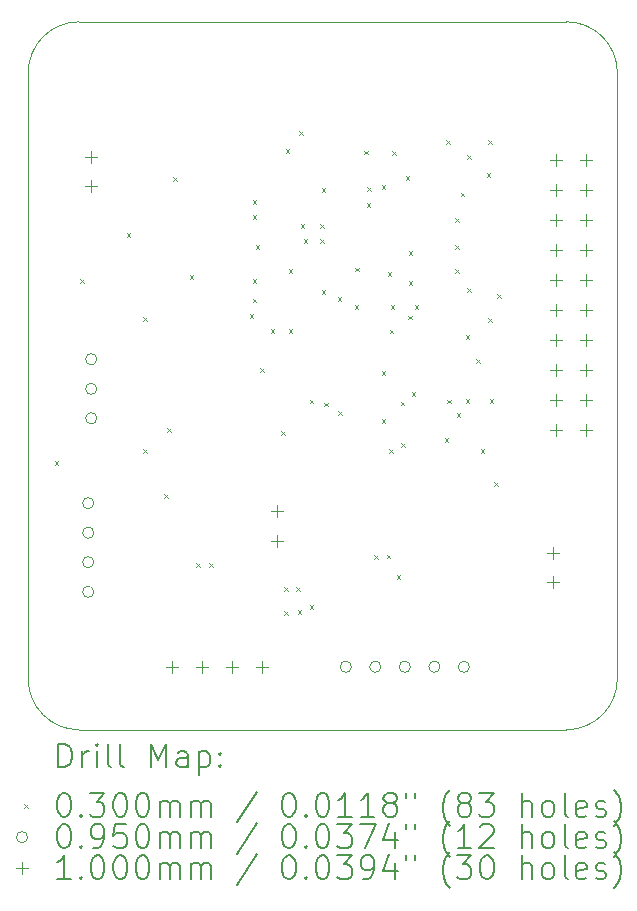
<source format=gbr>
%TF.GenerationSoftware,KiCad,Pcbnew,7.0.9*%
%TF.CreationDate,2023-12-28T10:44:23-05:00*%
%TF.ProjectId,esp32_sensor_node,65737033-325f-4736-956e-736f725f6e6f,rev?*%
%TF.SameCoordinates,Original*%
%TF.FileFunction,Drillmap*%
%TF.FilePolarity,Positive*%
%FSLAX45Y45*%
G04 Gerber Fmt 4.5, Leading zero omitted, Abs format (unit mm)*
G04 Created by KiCad (PCBNEW 7.0.9) date 2023-12-28 10:44:23*
%MOMM*%
%LPD*%
G01*
G04 APERTURE LIST*
%ADD10C,0.100000*%
%ADD11C,0.200000*%
G04 APERTURE END LIST*
D10*
X6995000Y-2438400D02*
G75*
G03*
X6563200Y-2006600I-431800J0D01*
G01*
X2006600Y-7569200D02*
X2006600Y-2438400D01*
X2438400Y-2006600D02*
G75*
G03*
X2006600Y-2438400I0J-431800D01*
G01*
X2006600Y-7569200D02*
G75*
G03*
X2438400Y-8001000I431800J0D01*
G01*
X6563200Y-2006600D02*
X2438400Y-2006600D01*
X6995000Y-7569200D02*
X6995000Y-2438400D01*
X2438400Y-8001000D02*
X6563200Y-8001000D01*
X6563200Y-8001000D02*
G75*
G03*
X6995000Y-7569200I0J431800D01*
G01*
D11*
D10*
X2230200Y-5725400D02*
X2260200Y-5755400D01*
X2260200Y-5725400D02*
X2230200Y-5755400D01*
X2448800Y-4186160D02*
X2478800Y-4216160D01*
X2478800Y-4186160D02*
X2448800Y-4216160D01*
X2839800Y-3795000D02*
X2869800Y-3825000D01*
X2869800Y-3795000D02*
X2839800Y-3825000D01*
X2982200Y-4506200D02*
X3012200Y-4536200D01*
X3012200Y-4506200D02*
X2982200Y-4536200D01*
X2982200Y-5623800D02*
X3012200Y-5653800D01*
X3012200Y-5623800D02*
X2982200Y-5653800D01*
X3160000Y-6004800D02*
X3190000Y-6034800D01*
X3190000Y-6004800D02*
X3160000Y-6034800D01*
X3182700Y-5446000D02*
X3212700Y-5476000D01*
X3212700Y-5446000D02*
X3182700Y-5476000D01*
X3236200Y-3325100D02*
X3266200Y-3355100D01*
X3266200Y-3325100D02*
X3236200Y-3355100D01*
X3373200Y-4150600D02*
X3403200Y-4180600D01*
X3403200Y-4150600D02*
X3373200Y-4180600D01*
X3429240Y-6589000D02*
X3459240Y-6619000D01*
X3459240Y-6589000D02*
X3429240Y-6619000D01*
X3541000Y-6589000D02*
X3571000Y-6619000D01*
X3571000Y-6589000D02*
X3541000Y-6619000D01*
X3881200Y-4480800D02*
X3911200Y-4510800D01*
X3911200Y-4480800D02*
X3881200Y-4510800D01*
X3906600Y-3515600D02*
X3936600Y-3545600D01*
X3936600Y-3515600D02*
X3906600Y-3545600D01*
X3906600Y-3642600D02*
X3936600Y-3672600D01*
X3936600Y-3642600D02*
X3906600Y-3672600D01*
X3906600Y-4188700D02*
X3936600Y-4218700D01*
X3936600Y-4188700D02*
X3906600Y-4218700D01*
X3909251Y-4350250D02*
X3939251Y-4380250D01*
X3939251Y-4350250D02*
X3909251Y-4380250D01*
X3932000Y-3896600D02*
X3962000Y-3926600D01*
X3962000Y-3896600D02*
X3932000Y-3926600D01*
X3969600Y-4938000D02*
X3999600Y-4968000D01*
X3999600Y-4938000D02*
X3969600Y-4968000D01*
X4059000Y-4607800D02*
X4089000Y-4637800D01*
X4089000Y-4607800D02*
X4059000Y-4637800D01*
X4150600Y-5471400D02*
X4180600Y-5501400D01*
X4180600Y-5471400D02*
X4150600Y-5501400D01*
X4176000Y-6792200D02*
X4206000Y-6822200D01*
X4206000Y-6792200D02*
X4176000Y-6822200D01*
X4176000Y-6995400D02*
X4206000Y-7025400D01*
X4206000Y-6995400D02*
X4176000Y-7025400D01*
X4186000Y-3083800D02*
X4216000Y-3113800D01*
X4216000Y-3083800D02*
X4186000Y-3113800D01*
X4211400Y-4099800D02*
X4241400Y-4129800D01*
X4241400Y-4099800D02*
X4211400Y-4129800D01*
X4211400Y-4607800D02*
X4241400Y-4637800D01*
X4241400Y-4607800D02*
X4211400Y-4637800D01*
X4275950Y-6792200D02*
X4305950Y-6822200D01*
X4305950Y-6792200D02*
X4275950Y-6822200D01*
X4287760Y-6990320D02*
X4317760Y-7020320D01*
X4317760Y-6990320D02*
X4287760Y-7020320D01*
X4300300Y-2931400D02*
X4330300Y-2961400D01*
X4330300Y-2931400D02*
X4300300Y-2961400D01*
X4313000Y-3718800D02*
X4343000Y-3748800D01*
X4343000Y-3718800D02*
X4313000Y-3748800D01*
X4338400Y-3845800D02*
X4368400Y-3875800D01*
X4368400Y-3845800D02*
X4338400Y-3875800D01*
X4389200Y-5205550D02*
X4419200Y-5235550D01*
X4419200Y-5205550D02*
X4389200Y-5235550D01*
X4389200Y-6944600D02*
X4419200Y-6974600D01*
X4419200Y-6944600D02*
X4389200Y-6974600D01*
X4480750Y-3718800D02*
X4510750Y-3748800D01*
X4510750Y-3718800D02*
X4480750Y-3748800D01*
X4480750Y-3845800D02*
X4510750Y-3875800D01*
X4510750Y-3845800D02*
X4480750Y-3875800D01*
X4490800Y-3414000D02*
X4520800Y-3444000D01*
X4520800Y-3414000D02*
X4490800Y-3444000D01*
X4490800Y-4277600D02*
X4520800Y-4307600D01*
X4520800Y-4277600D02*
X4490800Y-4307600D01*
X4511280Y-5232640D02*
X4541280Y-5262640D01*
X4541280Y-5232640D02*
X4511280Y-5262640D01*
X4628120Y-4338560D02*
X4658120Y-4368560D01*
X4658120Y-4338560D02*
X4628120Y-4368560D01*
X4630500Y-5306300D02*
X4660500Y-5336300D01*
X4660500Y-5306300D02*
X4630500Y-5336300D01*
X4770200Y-4404600D02*
X4800200Y-4434600D01*
X4800200Y-4404600D02*
X4770200Y-4434600D01*
X4775440Y-4089640D02*
X4805440Y-4119640D01*
X4805440Y-4089640D02*
X4775440Y-4119640D01*
X4851640Y-3099040D02*
X4881640Y-3129040D01*
X4881640Y-3099040D02*
X4851640Y-3129040D01*
X4871800Y-3541000D02*
X4901800Y-3571000D01*
X4901800Y-3541000D02*
X4871800Y-3571000D01*
X4877040Y-3408920D02*
X4907040Y-3438920D01*
X4907040Y-3408920D02*
X4877040Y-3438920D01*
X4934450Y-6525500D02*
X4964450Y-6555500D01*
X4964450Y-6525500D02*
X4934450Y-6555500D01*
X4998800Y-3388600D02*
X5028800Y-3418600D01*
X5028800Y-3388600D02*
X4998800Y-3418600D01*
X4998800Y-4963400D02*
X5028800Y-4993400D01*
X5028800Y-4963400D02*
X4998800Y-4993400D01*
X4998800Y-5369800D02*
X5028800Y-5399800D01*
X5028800Y-5369800D02*
X4998800Y-5399800D01*
X5042206Y-6520486D02*
X5072206Y-6550486D01*
X5072206Y-6520486D02*
X5042206Y-6550486D01*
X5049600Y-4125200D02*
X5079600Y-4155200D01*
X5079600Y-4125200D02*
X5049600Y-4155200D01*
X5065850Y-5623800D02*
X5095850Y-5653800D01*
X5095850Y-5623800D02*
X5065850Y-5653800D01*
X5068650Y-4614150D02*
X5098650Y-4644150D01*
X5098650Y-4614150D02*
X5068650Y-4644150D01*
X5075000Y-4404600D02*
X5105000Y-4434600D01*
X5105000Y-4404600D02*
X5075000Y-4434600D01*
X5090400Y-3104120D02*
X5120400Y-3134120D01*
X5120400Y-3104120D02*
X5090400Y-3134120D01*
X5125800Y-6690600D02*
X5155800Y-6720600D01*
X5155800Y-6690600D02*
X5125800Y-6720600D01*
X5161520Y-5222480D02*
X5191520Y-5252480D01*
X5191520Y-5222480D02*
X5161520Y-5252480D01*
X5163900Y-5573000D02*
X5193900Y-5603000D01*
X5193900Y-5573000D02*
X5163900Y-5603000D01*
X5204700Y-3315950D02*
X5234700Y-3345950D01*
X5234700Y-3315950D02*
X5204700Y-3345950D01*
X5222480Y-4496040D02*
X5252480Y-4526040D01*
X5252480Y-4496040D02*
X5222480Y-4526040D01*
X5227400Y-3947400D02*
X5257400Y-3977400D01*
X5257400Y-3947400D02*
X5227400Y-3977400D01*
X5227400Y-4201400D02*
X5257400Y-4231400D01*
X5257400Y-4201400D02*
X5227400Y-4231400D01*
X5252800Y-5141200D02*
X5282800Y-5171200D01*
X5282800Y-5141200D02*
X5252800Y-5171200D01*
X5278200Y-4404600D02*
X5308200Y-4434600D01*
X5308200Y-4404600D02*
X5278200Y-4434600D01*
X5532200Y-5534900D02*
X5562200Y-5564900D01*
X5562200Y-5534900D02*
X5532200Y-5564900D01*
X5547600Y-3007600D02*
X5577600Y-3037600D01*
X5577600Y-3007600D02*
X5547600Y-3037600D01*
X5555955Y-5206591D02*
X5585955Y-5236591D01*
X5585955Y-5206591D02*
X5555955Y-5236591D01*
X5623800Y-3668000D02*
X5653800Y-3698000D01*
X5653800Y-3668000D02*
X5623800Y-3698000D01*
X5623800Y-3896600D02*
X5653800Y-3926600D01*
X5653800Y-3896600D02*
X5623800Y-3926600D01*
X5623800Y-4099800D02*
X5653800Y-4129800D01*
X5653800Y-4099800D02*
X5623800Y-4129800D01*
X5633960Y-5319000D02*
X5663960Y-5349000D01*
X5663960Y-5319000D02*
X5633960Y-5349000D01*
X5669520Y-3454640D02*
X5699520Y-3484640D01*
X5699520Y-3454640D02*
X5669520Y-3484640D01*
X5710000Y-4658600D02*
X5740000Y-4688600D01*
X5740000Y-4658600D02*
X5710000Y-4688600D01*
X5712700Y-5204700D02*
X5742700Y-5234700D01*
X5742700Y-5204700D02*
X5712700Y-5234700D01*
X5725400Y-3134600D02*
X5755400Y-3164600D01*
X5755400Y-3134600D02*
X5725400Y-3164600D01*
X5725400Y-4264900D02*
X5755400Y-4294900D01*
X5755400Y-4264900D02*
X5725400Y-4294900D01*
X5801600Y-4861800D02*
X5831600Y-4891800D01*
X5831600Y-4861800D02*
X5801600Y-4891800D01*
X5837000Y-5623800D02*
X5867000Y-5653800D01*
X5867000Y-5623800D02*
X5837000Y-5653800D01*
X5887800Y-3287000D02*
X5917800Y-3317000D01*
X5917800Y-3287000D02*
X5887800Y-3317000D01*
X5903200Y-3007600D02*
X5933200Y-3037600D01*
X5933200Y-3007600D02*
X5903200Y-3037600D01*
X5903200Y-4518900D02*
X5933200Y-4548900D01*
X5933200Y-4518900D02*
X5903200Y-4548900D01*
X5915900Y-5204700D02*
X5945900Y-5234700D01*
X5945900Y-5204700D02*
X5915900Y-5234700D01*
X5954000Y-5903200D02*
X5984000Y-5933200D01*
X5984000Y-5903200D02*
X5954000Y-5933200D01*
X5979400Y-4315700D02*
X6009400Y-4345700D01*
X6009400Y-4315700D02*
X5979400Y-4345700D01*
X2562100Y-6082600D02*
G75*
G03*
X2562100Y-6082600I-47500J0D01*
G01*
X2562100Y-6332600D02*
G75*
G03*
X2562100Y-6332600I-47500J0D01*
G01*
X2562100Y-6582600D02*
G75*
G03*
X2562100Y-6582600I-47500J0D01*
G01*
X2562100Y-6832600D02*
G75*
G03*
X2562100Y-6832600I-47500J0D01*
G01*
X2587500Y-4864100D02*
G75*
G03*
X2587500Y-4864100I-47500J0D01*
G01*
X2587500Y-5114100D02*
G75*
G03*
X2587500Y-5114100I-47500J0D01*
G01*
X2587500Y-5364100D02*
G75*
G03*
X2587500Y-5364100I-47500J0D01*
G01*
X4743100Y-7467600D02*
G75*
G03*
X4743100Y-7467600I-47500J0D01*
G01*
X4993100Y-7467600D02*
G75*
G03*
X4993100Y-7467600I-47500J0D01*
G01*
X5243100Y-7467600D02*
G75*
G03*
X5243100Y-7467600I-47500J0D01*
G01*
X5493100Y-7467600D02*
G75*
G03*
X5493100Y-7467600I-47500J0D01*
G01*
X5743100Y-7467600D02*
G75*
G03*
X5743100Y-7467600I-47500J0D01*
G01*
X2540000Y-3099600D02*
X2540000Y-3199600D01*
X2490000Y-3149600D02*
X2590000Y-3149600D01*
X2540000Y-3349600D02*
X2540000Y-3449600D01*
X2490000Y-3399600D02*
X2590000Y-3399600D01*
X3225800Y-7417600D02*
X3225800Y-7517600D01*
X3175800Y-7467600D02*
X3275800Y-7467600D01*
X3479800Y-7417600D02*
X3479800Y-7517600D01*
X3429800Y-7467600D02*
X3529800Y-7467600D01*
X3733800Y-7417600D02*
X3733800Y-7517600D01*
X3683800Y-7467600D02*
X3783800Y-7467600D01*
X3987800Y-7417600D02*
X3987800Y-7517600D01*
X3937800Y-7467600D02*
X4037800Y-7467600D01*
X4112100Y-6096800D02*
X4112100Y-6196800D01*
X4062100Y-6146800D02*
X4162100Y-6146800D01*
X4112100Y-6350800D02*
X4112100Y-6450800D01*
X4062100Y-6400800D02*
X4162100Y-6400800D01*
X6451600Y-6452400D02*
X6451600Y-6552400D01*
X6401600Y-6502400D02*
X6501600Y-6502400D01*
X6451600Y-6702400D02*
X6451600Y-6802400D01*
X6401600Y-6752400D02*
X6501600Y-6752400D01*
X6477000Y-3125000D02*
X6477000Y-3225000D01*
X6427000Y-3175000D02*
X6527000Y-3175000D01*
X6477000Y-3379000D02*
X6477000Y-3479000D01*
X6427000Y-3429000D02*
X6527000Y-3429000D01*
X6477000Y-3633000D02*
X6477000Y-3733000D01*
X6427000Y-3683000D02*
X6527000Y-3683000D01*
X6477000Y-3887000D02*
X6477000Y-3987000D01*
X6427000Y-3937000D02*
X6527000Y-3937000D01*
X6477000Y-4141000D02*
X6477000Y-4241000D01*
X6427000Y-4191000D02*
X6527000Y-4191000D01*
X6477000Y-4395000D02*
X6477000Y-4495000D01*
X6427000Y-4445000D02*
X6527000Y-4445000D01*
X6477000Y-4649000D02*
X6477000Y-4749000D01*
X6427000Y-4699000D02*
X6527000Y-4699000D01*
X6477000Y-4903000D02*
X6477000Y-5003000D01*
X6427000Y-4953000D02*
X6527000Y-4953000D01*
X6477000Y-5157000D02*
X6477000Y-5257000D01*
X6427000Y-5207000D02*
X6527000Y-5207000D01*
X6477000Y-5411000D02*
X6477000Y-5511000D01*
X6427000Y-5461000D02*
X6527000Y-5461000D01*
X6731000Y-3125000D02*
X6731000Y-3225000D01*
X6681000Y-3175000D02*
X6781000Y-3175000D01*
X6731000Y-3379000D02*
X6731000Y-3479000D01*
X6681000Y-3429000D02*
X6781000Y-3429000D01*
X6731000Y-3633000D02*
X6731000Y-3733000D01*
X6681000Y-3683000D02*
X6781000Y-3683000D01*
X6731000Y-3887000D02*
X6731000Y-3987000D01*
X6681000Y-3937000D02*
X6781000Y-3937000D01*
X6731000Y-4141000D02*
X6731000Y-4241000D01*
X6681000Y-4191000D02*
X6781000Y-4191000D01*
X6731000Y-4395000D02*
X6731000Y-4495000D01*
X6681000Y-4445000D02*
X6781000Y-4445000D01*
X6731000Y-4649000D02*
X6731000Y-4749000D01*
X6681000Y-4699000D02*
X6781000Y-4699000D01*
X6731000Y-4903000D02*
X6731000Y-5003000D01*
X6681000Y-4953000D02*
X6781000Y-4953000D01*
X6731000Y-5157000D02*
X6731000Y-5257000D01*
X6681000Y-5207000D02*
X6781000Y-5207000D01*
X6731000Y-5411000D02*
X6731000Y-5511000D01*
X6681000Y-5461000D02*
X6781000Y-5461000D01*
D11*
X2262377Y-8317484D02*
X2262377Y-8117484D01*
X2262377Y-8117484D02*
X2309996Y-8117484D01*
X2309996Y-8117484D02*
X2338567Y-8127008D01*
X2338567Y-8127008D02*
X2357615Y-8146055D01*
X2357615Y-8146055D02*
X2367139Y-8165103D01*
X2367139Y-8165103D02*
X2376663Y-8203198D01*
X2376663Y-8203198D02*
X2376663Y-8231769D01*
X2376663Y-8231769D02*
X2367139Y-8269865D01*
X2367139Y-8269865D02*
X2357615Y-8288912D01*
X2357615Y-8288912D02*
X2338567Y-8307960D01*
X2338567Y-8307960D02*
X2309996Y-8317484D01*
X2309996Y-8317484D02*
X2262377Y-8317484D01*
X2462377Y-8317484D02*
X2462377Y-8184150D01*
X2462377Y-8222246D02*
X2471901Y-8203198D01*
X2471901Y-8203198D02*
X2481424Y-8193674D01*
X2481424Y-8193674D02*
X2500472Y-8184150D01*
X2500472Y-8184150D02*
X2519520Y-8184150D01*
X2586186Y-8317484D02*
X2586186Y-8184150D01*
X2586186Y-8117484D02*
X2576663Y-8127008D01*
X2576663Y-8127008D02*
X2586186Y-8136531D01*
X2586186Y-8136531D02*
X2595710Y-8127008D01*
X2595710Y-8127008D02*
X2586186Y-8117484D01*
X2586186Y-8117484D02*
X2586186Y-8136531D01*
X2709996Y-8317484D02*
X2690948Y-8307960D01*
X2690948Y-8307960D02*
X2681424Y-8288912D01*
X2681424Y-8288912D02*
X2681424Y-8117484D01*
X2814758Y-8317484D02*
X2795710Y-8307960D01*
X2795710Y-8307960D02*
X2786186Y-8288912D01*
X2786186Y-8288912D02*
X2786186Y-8117484D01*
X3043329Y-8317484D02*
X3043329Y-8117484D01*
X3043329Y-8117484D02*
X3109996Y-8260341D01*
X3109996Y-8260341D02*
X3176662Y-8117484D01*
X3176662Y-8117484D02*
X3176662Y-8317484D01*
X3357615Y-8317484D02*
X3357615Y-8212722D01*
X3357615Y-8212722D02*
X3348091Y-8193674D01*
X3348091Y-8193674D02*
X3329043Y-8184150D01*
X3329043Y-8184150D02*
X3290948Y-8184150D01*
X3290948Y-8184150D02*
X3271901Y-8193674D01*
X3357615Y-8307960D02*
X3338567Y-8317484D01*
X3338567Y-8317484D02*
X3290948Y-8317484D01*
X3290948Y-8317484D02*
X3271901Y-8307960D01*
X3271901Y-8307960D02*
X3262377Y-8288912D01*
X3262377Y-8288912D02*
X3262377Y-8269865D01*
X3262377Y-8269865D02*
X3271901Y-8250817D01*
X3271901Y-8250817D02*
X3290948Y-8241293D01*
X3290948Y-8241293D02*
X3338567Y-8241293D01*
X3338567Y-8241293D02*
X3357615Y-8231769D01*
X3452853Y-8184150D02*
X3452853Y-8384150D01*
X3452853Y-8193674D02*
X3471901Y-8184150D01*
X3471901Y-8184150D02*
X3509996Y-8184150D01*
X3509996Y-8184150D02*
X3529043Y-8193674D01*
X3529043Y-8193674D02*
X3538567Y-8203198D01*
X3538567Y-8203198D02*
X3548091Y-8222246D01*
X3548091Y-8222246D02*
X3548091Y-8279388D01*
X3548091Y-8279388D02*
X3538567Y-8298436D01*
X3538567Y-8298436D02*
X3529043Y-8307960D01*
X3529043Y-8307960D02*
X3509996Y-8317484D01*
X3509996Y-8317484D02*
X3471901Y-8317484D01*
X3471901Y-8317484D02*
X3452853Y-8307960D01*
X3633805Y-8298436D02*
X3643329Y-8307960D01*
X3643329Y-8307960D02*
X3633805Y-8317484D01*
X3633805Y-8317484D02*
X3624282Y-8307960D01*
X3624282Y-8307960D02*
X3633805Y-8298436D01*
X3633805Y-8298436D02*
X3633805Y-8317484D01*
X3633805Y-8193674D02*
X3643329Y-8203198D01*
X3643329Y-8203198D02*
X3633805Y-8212722D01*
X3633805Y-8212722D02*
X3624282Y-8203198D01*
X3624282Y-8203198D02*
X3633805Y-8193674D01*
X3633805Y-8193674D02*
X3633805Y-8212722D01*
D10*
X1971600Y-8631000D02*
X2001600Y-8661000D01*
X2001600Y-8631000D02*
X1971600Y-8661000D01*
D11*
X2300472Y-8537484D02*
X2319520Y-8537484D01*
X2319520Y-8537484D02*
X2338567Y-8547008D01*
X2338567Y-8547008D02*
X2348091Y-8556531D01*
X2348091Y-8556531D02*
X2357615Y-8575579D01*
X2357615Y-8575579D02*
X2367139Y-8613674D01*
X2367139Y-8613674D02*
X2367139Y-8661293D01*
X2367139Y-8661293D02*
X2357615Y-8699389D01*
X2357615Y-8699389D02*
X2348091Y-8718436D01*
X2348091Y-8718436D02*
X2338567Y-8727960D01*
X2338567Y-8727960D02*
X2319520Y-8737484D01*
X2319520Y-8737484D02*
X2300472Y-8737484D01*
X2300472Y-8737484D02*
X2281424Y-8727960D01*
X2281424Y-8727960D02*
X2271901Y-8718436D01*
X2271901Y-8718436D02*
X2262377Y-8699389D01*
X2262377Y-8699389D02*
X2252853Y-8661293D01*
X2252853Y-8661293D02*
X2252853Y-8613674D01*
X2252853Y-8613674D02*
X2262377Y-8575579D01*
X2262377Y-8575579D02*
X2271901Y-8556531D01*
X2271901Y-8556531D02*
X2281424Y-8547008D01*
X2281424Y-8547008D02*
X2300472Y-8537484D01*
X2452853Y-8718436D02*
X2462377Y-8727960D01*
X2462377Y-8727960D02*
X2452853Y-8737484D01*
X2452853Y-8737484D02*
X2443329Y-8727960D01*
X2443329Y-8727960D02*
X2452853Y-8718436D01*
X2452853Y-8718436D02*
X2452853Y-8737484D01*
X2529044Y-8537484D02*
X2652853Y-8537484D01*
X2652853Y-8537484D02*
X2586186Y-8613674D01*
X2586186Y-8613674D02*
X2614758Y-8613674D01*
X2614758Y-8613674D02*
X2633805Y-8623198D01*
X2633805Y-8623198D02*
X2643329Y-8632722D01*
X2643329Y-8632722D02*
X2652853Y-8651770D01*
X2652853Y-8651770D02*
X2652853Y-8699389D01*
X2652853Y-8699389D02*
X2643329Y-8718436D01*
X2643329Y-8718436D02*
X2633805Y-8727960D01*
X2633805Y-8727960D02*
X2614758Y-8737484D01*
X2614758Y-8737484D02*
X2557615Y-8737484D01*
X2557615Y-8737484D02*
X2538567Y-8727960D01*
X2538567Y-8727960D02*
X2529044Y-8718436D01*
X2776663Y-8537484D02*
X2795710Y-8537484D01*
X2795710Y-8537484D02*
X2814758Y-8547008D01*
X2814758Y-8547008D02*
X2824282Y-8556531D01*
X2824282Y-8556531D02*
X2833805Y-8575579D01*
X2833805Y-8575579D02*
X2843329Y-8613674D01*
X2843329Y-8613674D02*
X2843329Y-8661293D01*
X2843329Y-8661293D02*
X2833805Y-8699389D01*
X2833805Y-8699389D02*
X2824282Y-8718436D01*
X2824282Y-8718436D02*
X2814758Y-8727960D01*
X2814758Y-8727960D02*
X2795710Y-8737484D01*
X2795710Y-8737484D02*
X2776663Y-8737484D01*
X2776663Y-8737484D02*
X2757615Y-8727960D01*
X2757615Y-8727960D02*
X2748091Y-8718436D01*
X2748091Y-8718436D02*
X2738567Y-8699389D01*
X2738567Y-8699389D02*
X2729044Y-8661293D01*
X2729044Y-8661293D02*
X2729044Y-8613674D01*
X2729044Y-8613674D02*
X2738567Y-8575579D01*
X2738567Y-8575579D02*
X2748091Y-8556531D01*
X2748091Y-8556531D02*
X2757615Y-8547008D01*
X2757615Y-8547008D02*
X2776663Y-8537484D01*
X2967139Y-8537484D02*
X2986186Y-8537484D01*
X2986186Y-8537484D02*
X3005234Y-8547008D01*
X3005234Y-8547008D02*
X3014758Y-8556531D01*
X3014758Y-8556531D02*
X3024282Y-8575579D01*
X3024282Y-8575579D02*
X3033805Y-8613674D01*
X3033805Y-8613674D02*
X3033805Y-8661293D01*
X3033805Y-8661293D02*
X3024282Y-8699389D01*
X3024282Y-8699389D02*
X3014758Y-8718436D01*
X3014758Y-8718436D02*
X3005234Y-8727960D01*
X3005234Y-8727960D02*
X2986186Y-8737484D01*
X2986186Y-8737484D02*
X2967139Y-8737484D01*
X2967139Y-8737484D02*
X2948091Y-8727960D01*
X2948091Y-8727960D02*
X2938567Y-8718436D01*
X2938567Y-8718436D02*
X2929043Y-8699389D01*
X2929043Y-8699389D02*
X2919520Y-8661293D01*
X2919520Y-8661293D02*
X2919520Y-8613674D01*
X2919520Y-8613674D02*
X2929043Y-8575579D01*
X2929043Y-8575579D02*
X2938567Y-8556531D01*
X2938567Y-8556531D02*
X2948091Y-8547008D01*
X2948091Y-8547008D02*
X2967139Y-8537484D01*
X3119520Y-8737484D02*
X3119520Y-8604150D01*
X3119520Y-8623198D02*
X3129043Y-8613674D01*
X3129043Y-8613674D02*
X3148091Y-8604150D01*
X3148091Y-8604150D02*
X3176663Y-8604150D01*
X3176663Y-8604150D02*
X3195710Y-8613674D01*
X3195710Y-8613674D02*
X3205234Y-8632722D01*
X3205234Y-8632722D02*
X3205234Y-8737484D01*
X3205234Y-8632722D02*
X3214758Y-8613674D01*
X3214758Y-8613674D02*
X3233805Y-8604150D01*
X3233805Y-8604150D02*
X3262377Y-8604150D01*
X3262377Y-8604150D02*
X3281424Y-8613674D01*
X3281424Y-8613674D02*
X3290948Y-8632722D01*
X3290948Y-8632722D02*
X3290948Y-8737484D01*
X3386186Y-8737484D02*
X3386186Y-8604150D01*
X3386186Y-8623198D02*
X3395710Y-8613674D01*
X3395710Y-8613674D02*
X3414758Y-8604150D01*
X3414758Y-8604150D02*
X3443329Y-8604150D01*
X3443329Y-8604150D02*
X3462377Y-8613674D01*
X3462377Y-8613674D02*
X3471901Y-8632722D01*
X3471901Y-8632722D02*
X3471901Y-8737484D01*
X3471901Y-8632722D02*
X3481424Y-8613674D01*
X3481424Y-8613674D02*
X3500472Y-8604150D01*
X3500472Y-8604150D02*
X3529043Y-8604150D01*
X3529043Y-8604150D02*
X3548091Y-8613674D01*
X3548091Y-8613674D02*
X3557615Y-8632722D01*
X3557615Y-8632722D02*
X3557615Y-8737484D01*
X3948091Y-8527960D02*
X3776663Y-8785103D01*
X4205234Y-8537484D02*
X4224282Y-8537484D01*
X4224282Y-8537484D02*
X4243329Y-8547008D01*
X4243329Y-8547008D02*
X4252853Y-8556531D01*
X4252853Y-8556531D02*
X4262377Y-8575579D01*
X4262377Y-8575579D02*
X4271901Y-8613674D01*
X4271901Y-8613674D02*
X4271901Y-8661293D01*
X4271901Y-8661293D02*
X4262377Y-8699389D01*
X4262377Y-8699389D02*
X4252853Y-8718436D01*
X4252853Y-8718436D02*
X4243329Y-8727960D01*
X4243329Y-8727960D02*
X4224282Y-8737484D01*
X4224282Y-8737484D02*
X4205234Y-8737484D01*
X4205234Y-8737484D02*
X4186186Y-8727960D01*
X4186186Y-8727960D02*
X4176663Y-8718436D01*
X4176663Y-8718436D02*
X4167139Y-8699389D01*
X4167139Y-8699389D02*
X4157615Y-8661293D01*
X4157615Y-8661293D02*
X4157615Y-8613674D01*
X4157615Y-8613674D02*
X4167139Y-8575579D01*
X4167139Y-8575579D02*
X4176663Y-8556531D01*
X4176663Y-8556531D02*
X4186186Y-8547008D01*
X4186186Y-8547008D02*
X4205234Y-8537484D01*
X4357615Y-8718436D02*
X4367139Y-8727960D01*
X4367139Y-8727960D02*
X4357615Y-8737484D01*
X4357615Y-8737484D02*
X4348091Y-8727960D01*
X4348091Y-8727960D02*
X4357615Y-8718436D01*
X4357615Y-8718436D02*
X4357615Y-8737484D01*
X4490948Y-8537484D02*
X4509996Y-8537484D01*
X4509996Y-8537484D02*
X4529044Y-8547008D01*
X4529044Y-8547008D02*
X4538568Y-8556531D01*
X4538568Y-8556531D02*
X4548091Y-8575579D01*
X4548091Y-8575579D02*
X4557615Y-8613674D01*
X4557615Y-8613674D02*
X4557615Y-8661293D01*
X4557615Y-8661293D02*
X4548091Y-8699389D01*
X4548091Y-8699389D02*
X4538568Y-8718436D01*
X4538568Y-8718436D02*
X4529044Y-8727960D01*
X4529044Y-8727960D02*
X4509996Y-8737484D01*
X4509996Y-8737484D02*
X4490948Y-8737484D01*
X4490948Y-8737484D02*
X4471901Y-8727960D01*
X4471901Y-8727960D02*
X4462377Y-8718436D01*
X4462377Y-8718436D02*
X4452853Y-8699389D01*
X4452853Y-8699389D02*
X4443329Y-8661293D01*
X4443329Y-8661293D02*
X4443329Y-8613674D01*
X4443329Y-8613674D02*
X4452853Y-8575579D01*
X4452853Y-8575579D02*
X4462377Y-8556531D01*
X4462377Y-8556531D02*
X4471901Y-8547008D01*
X4471901Y-8547008D02*
X4490948Y-8537484D01*
X4748091Y-8737484D02*
X4633806Y-8737484D01*
X4690948Y-8737484D02*
X4690948Y-8537484D01*
X4690948Y-8537484D02*
X4671901Y-8566055D01*
X4671901Y-8566055D02*
X4652853Y-8585103D01*
X4652853Y-8585103D02*
X4633806Y-8594627D01*
X4938568Y-8737484D02*
X4824282Y-8737484D01*
X4881425Y-8737484D02*
X4881425Y-8537484D01*
X4881425Y-8537484D02*
X4862377Y-8566055D01*
X4862377Y-8566055D02*
X4843329Y-8585103D01*
X4843329Y-8585103D02*
X4824282Y-8594627D01*
X5052853Y-8623198D02*
X5033806Y-8613674D01*
X5033806Y-8613674D02*
X5024282Y-8604150D01*
X5024282Y-8604150D02*
X5014758Y-8585103D01*
X5014758Y-8585103D02*
X5014758Y-8575579D01*
X5014758Y-8575579D02*
X5024282Y-8556531D01*
X5024282Y-8556531D02*
X5033806Y-8547008D01*
X5033806Y-8547008D02*
X5052853Y-8537484D01*
X5052853Y-8537484D02*
X5090949Y-8537484D01*
X5090949Y-8537484D02*
X5109996Y-8547008D01*
X5109996Y-8547008D02*
X5119520Y-8556531D01*
X5119520Y-8556531D02*
X5129044Y-8575579D01*
X5129044Y-8575579D02*
X5129044Y-8585103D01*
X5129044Y-8585103D02*
X5119520Y-8604150D01*
X5119520Y-8604150D02*
X5109996Y-8613674D01*
X5109996Y-8613674D02*
X5090949Y-8623198D01*
X5090949Y-8623198D02*
X5052853Y-8623198D01*
X5052853Y-8623198D02*
X5033806Y-8632722D01*
X5033806Y-8632722D02*
X5024282Y-8642246D01*
X5024282Y-8642246D02*
X5014758Y-8661293D01*
X5014758Y-8661293D02*
X5014758Y-8699389D01*
X5014758Y-8699389D02*
X5024282Y-8718436D01*
X5024282Y-8718436D02*
X5033806Y-8727960D01*
X5033806Y-8727960D02*
X5052853Y-8737484D01*
X5052853Y-8737484D02*
X5090949Y-8737484D01*
X5090949Y-8737484D02*
X5109996Y-8727960D01*
X5109996Y-8727960D02*
X5119520Y-8718436D01*
X5119520Y-8718436D02*
X5129044Y-8699389D01*
X5129044Y-8699389D02*
X5129044Y-8661293D01*
X5129044Y-8661293D02*
X5119520Y-8642246D01*
X5119520Y-8642246D02*
X5109996Y-8632722D01*
X5109996Y-8632722D02*
X5090949Y-8623198D01*
X5205234Y-8537484D02*
X5205234Y-8575579D01*
X5281425Y-8537484D02*
X5281425Y-8575579D01*
X5576663Y-8813674D02*
X5567139Y-8804150D01*
X5567139Y-8804150D02*
X5548091Y-8775579D01*
X5548091Y-8775579D02*
X5538568Y-8756531D01*
X5538568Y-8756531D02*
X5529044Y-8727960D01*
X5529044Y-8727960D02*
X5519520Y-8680341D01*
X5519520Y-8680341D02*
X5519520Y-8642246D01*
X5519520Y-8642246D02*
X5529044Y-8594627D01*
X5529044Y-8594627D02*
X5538568Y-8566055D01*
X5538568Y-8566055D02*
X5548091Y-8547008D01*
X5548091Y-8547008D02*
X5567139Y-8518436D01*
X5567139Y-8518436D02*
X5576663Y-8508912D01*
X5681425Y-8623198D02*
X5662377Y-8613674D01*
X5662377Y-8613674D02*
X5652853Y-8604150D01*
X5652853Y-8604150D02*
X5643329Y-8585103D01*
X5643329Y-8585103D02*
X5643329Y-8575579D01*
X5643329Y-8575579D02*
X5652853Y-8556531D01*
X5652853Y-8556531D02*
X5662377Y-8547008D01*
X5662377Y-8547008D02*
X5681425Y-8537484D01*
X5681425Y-8537484D02*
X5719520Y-8537484D01*
X5719520Y-8537484D02*
X5738568Y-8547008D01*
X5738568Y-8547008D02*
X5748091Y-8556531D01*
X5748091Y-8556531D02*
X5757615Y-8575579D01*
X5757615Y-8575579D02*
X5757615Y-8585103D01*
X5757615Y-8585103D02*
X5748091Y-8604150D01*
X5748091Y-8604150D02*
X5738568Y-8613674D01*
X5738568Y-8613674D02*
X5719520Y-8623198D01*
X5719520Y-8623198D02*
X5681425Y-8623198D01*
X5681425Y-8623198D02*
X5662377Y-8632722D01*
X5662377Y-8632722D02*
X5652853Y-8642246D01*
X5652853Y-8642246D02*
X5643329Y-8661293D01*
X5643329Y-8661293D02*
X5643329Y-8699389D01*
X5643329Y-8699389D02*
X5652853Y-8718436D01*
X5652853Y-8718436D02*
X5662377Y-8727960D01*
X5662377Y-8727960D02*
X5681425Y-8737484D01*
X5681425Y-8737484D02*
X5719520Y-8737484D01*
X5719520Y-8737484D02*
X5738568Y-8727960D01*
X5738568Y-8727960D02*
X5748091Y-8718436D01*
X5748091Y-8718436D02*
X5757615Y-8699389D01*
X5757615Y-8699389D02*
X5757615Y-8661293D01*
X5757615Y-8661293D02*
X5748091Y-8642246D01*
X5748091Y-8642246D02*
X5738568Y-8632722D01*
X5738568Y-8632722D02*
X5719520Y-8623198D01*
X5824282Y-8537484D02*
X5948091Y-8537484D01*
X5948091Y-8537484D02*
X5881425Y-8613674D01*
X5881425Y-8613674D02*
X5909996Y-8613674D01*
X5909996Y-8613674D02*
X5929044Y-8623198D01*
X5929044Y-8623198D02*
X5938568Y-8632722D01*
X5938568Y-8632722D02*
X5948091Y-8651770D01*
X5948091Y-8651770D02*
X5948091Y-8699389D01*
X5948091Y-8699389D02*
X5938568Y-8718436D01*
X5938568Y-8718436D02*
X5929044Y-8727960D01*
X5929044Y-8727960D02*
X5909996Y-8737484D01*
X5909996Y-8737484D02*
X5852853Y-8737484D01*
X5852853Y-8737484D02*
X5833806Y-8727960D01*
X5833806Y-8727960D02*
X5824282Y-8718436D01*
X6186187Y-8737484D02*
X6186187Y-8537484D01*
X6271901Y-8737484D02*
X6271901Y-8632722D01*
X6271901Y-8632722D02*
X6262377Y-8613674D01*
X6262377Y-8613674D02*
X6243330Y-8604150D01*
X6243330Y-8604150D02*
X6214758Y-8604150D01*
X6214758Y-8604150D02*
X6195710Y-8613674D01*
X6195710Y-8613674D02*
X6186187Y-8623198D01*
X6395710Y-8737484D02*
X6376663Y-8727960D01*
X6376663Y-8727960D02*
X6367139Y-8718436D01*
X6367139Y-8718436D02*
X6357615Y-8699389D01*
X6357615Y-8699389D02*
X6357615Y-8642246D01*
X6357615Y-8642246D02*
X6367139Y-8623198D01*
X6367139Y-8623198D02*
X6376663Y-8613674D01*
X6376663Y-8613674D02*
X6395710Y-8604150D01*
X6395710Y-8604150D02*
X6424282Y-8604150D01*
X6424282Y-8604150D02*
X6443330Y-8613674D01*
X6443330Y-8613674D02*
X6452853Y-8623198D01*
X6452853Y-8623198D02*
X6462377Y-8642246D01*
X6462377Y-8642246D02*
X6462377Y-8699389D01*
X6462377Y-8699389D02*
X6452853Y-8718436D01*
X6452853Y-8718436D02*
X6443330Y-8727960D01*
X6443330Y-8727960D02*
X6424282Y-8737484D01*
X6424282Y-8737484D02*
X6395710Y-8737484D01*
X6576663Y-8737484D02*
X6557615Y-8727960D01*
X6557615Y-8727960D02*
X6548091Y-8708912D01*
X6548091Y-8708912D02*
X6548091Y-8537484D01*
X6729044Y-8727960D02*
X6709996Y-8737484D01*
X6709996Y-8737484D02*
X6671901Y-8737484D01*
X6671901Y-8737484D02*
X6652853Y-8727960D01*
X6652853Y-8727960D02*
X6643330Y-8708912D01*
X6643330Y-8708912D02*
X6643330Y-8632722D01*
X6643330Y-8632722D02*
X6652853Y-8613674D01*
X6652853Y-8613674D02*
X6671901Y-8604150D01*
X6671901Y-8604150D02*
X6709996Y-8604150D01*
X6709996Y-8604150D02*
X6729044Y-8613674D01*
X6729044Y-8613674D02*
X6738568Y-8632722D01*
X6738568Y-8632722D02*
X6738568Y-8651770D01*
X6738568Y-8651770D02*
X6643330Y-8670817D01*
X6814758Y-8727960D02*
X6833806Y-8737484D01*
X6833806Y-8737484D02*
X6871901Y-8737484D01*
X6871901Y-8737484D02*
X6890949Y-8727960D01*
X6890949Y-8727960D02*
X6900472Y-8708912D01*
X6900472Y-8708912D02*
X6900472Y-8699389D01*
X6900472Y-8699389D02*
X6890949Y-8680341D01*
X6890949Y-8680341D02*
X6871901Y-8670817D01*
X6871901Y-8670817D02*
X6843330Y-8670817D01*
X6843330Y-8670817D02*
X6824282Y-8661293D01*
X6824282Y-8661293D02*
X6814758Y-8642246D01*
X6814758Y-8642246D02*
X6814758Y-8632722D01*
X6814758Y-8632722D02*
X6824282Y-8613674D01*
X6824282Y-8613674D02*
X6843330Y-8604150D01*
X6843330Y-8604150D02*
X6871901Y-8604150D01*
X6871901Y-8604150D02*
X6890949Y-8613674D01*
X6967139Y-8813674D02*
X6976663Y-8804150D01*
X6976663Y-8804150D02*
X6995711Y-8775579D01*
X6995711Y-8775579D02*
X7005234Y-8756531D01*
X7005234Y-8756531D02*
X7014758Y-8727960D01*
X7014758Y-8727960D02*
X7024282Y-8680341D01*
X7024282Y-8680341D02*
X7024282Y-8642246D01*
X7024282Y-8642246D02*
X7014758Y-8594627D01*
X7014758Y-8594627D02*
X7005234Y-8566055D01*
X7005234Y-8566055D02*
X6995711Y-8547008D01*
X6995711Y-8547008D02*
X6976663Y-8518436D01*
X6976663Y-8518436D02*
X6967139Y-8508912D01*
D10*
X2001600Y-8910000D02*
G75*
G03*
X2001600Y-8910000I-47500J0D01*
G01*
D11*
X2300472Y-8801484D02*
X2319520Y-8801484D01*
X2319520Y-8801484D02*
X2338567Y-8811008D01*
X2338567Y-8811008D02*
X2348091Y-8820531D01*
X2348091Y-8820531D02*
X2357615Y-8839579D01*
X2357615Y-8839579D02*
X2367139Y-8877674D01*
X2367139Y-8877674D02*
X2367139Y-8925293D01*
X2367139Y-8925293D02*
X2357615Y-8963389D01*
X2357615Y-8963389D02*
X2348091Y-8982436D01*
X2348091Y-8982436D02*
X2338567Y-8991960D01*
X2338567Y-8991960D02*
X2319520Y-9001484D01*
X2319520Y-9001484D02*
X2300472Y-9001484D01*
X2300472Y-9001484D02*
X2281424Y-8991960D01*
X2281424Y-8991960D02*
X2271901Y-8982436D01*
X2271901Y-8982436D02*
X2262377Y-8963389D01*
X2262377Y-8963389D02*
X2252853Y-8925293D01*
X2252853Y-8925293D02*
X2252853Y-8877674D01*
X2252853Y-8877674D02*
X2262377Y-8839579D01*
X2262377Y-8839579D02*
X2271901Y-8820531D01*
X2271901Y-8820531D02*
X2281424Y-8811008D01*
X2281424Y-8811008D02*
X2300472Y-8801484D01*
X2452853Y-8982436D02*
X2462377Y-8991960D01*
X2462377Y-8991960D02*
X2452853Y-9001484D01*
X2452853Y-9001484D02*
X2443329Y-8991960D01*
X2443329Y-8991960D02*
X2452853Y-8982436D01*
X2452853Y-8982436D02*
X2452853Y-9001484D01*
X2557615Y-9001484D02*
X2595710Y-9001484D01*
X2595710Y-9001484D02*
X2614758Y-8991960D01*
X2614758Y-8991960D02*
X2624282Y-8982436D01*
X2624282Y-8982436D02*
X2643329Y-8953865D01*
X2643329Y-8953865D02*
X2652853Y-8915770D01*
X2652853Y-8915770D02*
X2652853Y-8839579D01*
X2652853Y-8839579D02*
X2643329Y-8820531D01*
X2643329Y-8820531D02*
X2633805Y-8811008D01*
X2633805Y-8811008D02*
X2614758Y-8801484D01*
X2614758Y-8801484D02*
X2576663Y-8801484D01*
X2576663Y-8801484D02*
X2557615Y-8811008D01*
X2557615Y-8811008D02*
X2548091Y-8820531D01*
X2548091Y-8820531D02*
X2538567Y-8839579D01*
X2538567Y-8839579D02*
X2538567Y-8887198D01*
X2538567Y-8887198D02*
X2548091Y-8906246D01*
X2548091Y-8906246D02*
X2557615Y-8915770D01*
X2557615Y-8915770D02*
X2576663Y-8925293D01*
X2576663Y-8925293D02*
X2614758Y-8925293D01*
X2614758Y-8925293D02*
X2633805Y-8915770D01*
X2633805Y-8915770D02*
X2643329Y-8906246D01*
X2643329Y-8906246D02*
X2652853Y-8887198D01*
X2833805Y-8801484D02*
X2738567Y-8801484D01*
X2738567Y-8801484D02*
X2729044Y-8896722D01*
X2729044Y-8896722D02*
X2738567Y-8887198D01*
X2738567Y-8887198D02*
X2757615Y-8877674D01*
X2757615Y-8877674D02*
X2805234Y-8877674D01*
X2805234Y-8877674D02*
X2824282Y-8887198D01*
X2824282Y-8887198D02*
X2833805Y-8896722D01*
X2833805Y-8896722D02*
X2843329Y-8915770D01*
X2843329Y-8915770D02*
X2843329Y-8963389D01*
X2843329Y-8963389D02*
X2833805Y-8982436D01*
X2833805Y-8982436D02*
X2824282Y-8991960D01*
X2824282Y-8991960D02*
X2805234Y-9001484D01*
X2805234Y-9001484D02*
X2757615Y-9001484D01*
X2757615Y-9001484D02*
X2738567Y-8991960D01*
X2738567Y-8991960D02*
X2729044Y-8982436D01*
X2967139Y-8801484D02*
X2986186Y-8801484D01*
X2986186Y-8801484D02*
X3005234Y-8811008D01*
X3005234Y-8811008D02*
X3014758Y-8820531D01*
X3014758Y-8820531D02*
X3024282Y-8839579D01*
X3024282Y-8839579D02*
X3033805Y-8877674D01*
X3033805Y-8877674D02*
X3033805Y-8925293D01*
X3033805Y-8925293D02*
X3024282Y-8963389D01*
X3024282Y-8963389D02*
X3014758Y-8982436D01*
X3014758Y-8982436D02*
X3005234Y-8991960D01*
X3005234Y-8991960D02*
X2986186Y-9001484D01*
X2986186Y-9001484D02*
X2967139Y-9001484D01*
X2967139Y-9001484D02*
X2948091Y-8991960D01*
X2948091Y-8991960D02*
X2938567Y-8982436D01*
X2938567Y-8982436D02*
X2929043Y-8963389D01*
X2929043Y-8963389D02*
X2919520Y-8925293D01*
X2919520Y-8925293D02*
X2919520Y-8877674D01*
X2919520Y-8877674D02*
X2929043Y-8839579D01*
X2929043Y-8839579D02*
X2938567Y-8820531D01*
X2938567Y-8820531D02*
X2948091Y-8811008D01*
X2948091Y-8811008D02*
X2967139Y-8801484D01*
X3119520Y-9001484D02*
X3119520Y-8868150D01*
X3119520Y-8887198D02*
X3129043Y-8877674D01*
X3129043Y-8877674D02*
X3148091Y-8868150D01*
X3148091Y-8868150D02*
X3176663Y-8868150D01*
X3176663Y-8868150D02*
X3195710Y-8877674D01*
X3195710Y-8877674D02*
X3205234Y-8896722D01*
X3205234Y-8896722D02*
X3205234Y-9001484D01*
X3205234Y-8896722D02*
X3214758Y-8877674D01*
X3214758Y-8877674D02*
X3233805Y-8868150D01*
X3233805Y-8868150D02*
X3262377Y-8868150D01*
X3262377Y-8868150D02*
X3281424Y-8877674D01*
X3281424Y-8877674D02*
X3290948Y-8896722D01*
X3290948Y-8896722D02*
X3290948Y-9001484D01*
X3386186Y-9001484D02*
X3386186Y-8868150D01*
X3386186Y-8887198D02*
X3395710Y-8877674D01*
X3395710Y-8877674D02*
X3414758Y-8868150D01*
X3414758Y-8868150D02*
X3443329Y-8868150D01*
X3443329Y-8868150D02*
X3462377Y-8877674D01*
X3462377Y-8877674D02*
X3471901Y-8896722D01*
X3471901Y-8896722D02*
X3471901Y-9001484D01*
X3471901Y-8896722D02*
X3481424Y-8877674D01*
X3481424Y-8877674D02*
X3500472Y-8868150D01*
X3500472Y-8868150D02*
X3529043Y-8868150D01*
X3529043Y-8868150D02*
X3548091Y-8877674D01*
X3548091Y-8877674D02*
X3557615Y-8896722D01*
X3557615Y-8896722D02*
X3557615Y-9001484D01*
X3948091Y-8791960D02*
X3776663Y-9049103D01*
X4205234Y-8801484D02*
X4224282Y-8801484D01*
X4224282Y-8801484D02*
X4243329Y-8811008D01*
X4243329Y-8811008D02*
X4252853Y-8820531D01*
X4252853Y-8820531D02*
X4262377Y-8839579D01*
X4262377Y-8839579D02*
X4271901Y-8877674D01*
X4271901Y-8877674D02*
X4271901Y-8925293D01*
X4271901Y-8925293D02*
X4262377Y-8963389D01*
X4262377Y-8963389D02*
X4252853Y-8982436D01*
X4252853Y-8982436D02*
X4243329Y-8991960D01*
X4243329Y-8991960D02*
X4224282Y-9001484D01*
X4224282Y-9001484D02*
X4205234Y-9001484D01*
X4205234Y-9001484D02*
X4186186Y-8991960D01*
X4186186Y-8991960D02*
X4176663Y-8982436D01*
X4176663Y-8982436D02*
X4167139Y-8963389D01*
X4167139Y-8963389D02*
X4157615Y-8925293D01*
X4157615Y-8925293D02*
X4157615Y-8877674D01*
X4157615Y-8877674D02*
X4167139Y-8839579D01*
X4167139Y-8839579D02*
X4176663Y-8820531D01*
X4176663Y-8820531D02*
X4186186Y-8811008D01*
X4186186Y-8811008D02*
X4205234Y-8801484D01*
X4357615Y-8982436D02*
X4367139Y-8991960D01*
X4367139Y-8991960D02*
X4357615Y-9001484D01*
X4357615Y-9001484D02*
X4348091Y-8991960D01*
X4348091Y-8991960D02*
X4357615Y-8982436D01*
X4357615Y-8982436D02*
X4357615Y-9001484D01*
X4490948Y-8801484D02*
X4509996Y-8801484D01*
X4509996Y-8801484D02*
X4529044Y-8811008D01*
X4529044Y-8811008D02*
X4538568Y-8820531D01*
X4538568Y-8820531D02*
X4548091Y-8839579D01*
X4548091Y-8839579D02*
X4557615Y-8877674D01*
X4557615Y-8877674D02*
X4557615Y-8925293D01*
X4557615Y-8925293D02*
X4548091Y-8963389D01*
X4548091Y-8963389D02*
X4538568Y-8982436D01*
X4538568Y-8982436D02*
X4529044Y-8991960D01*
X4529044Y-8991960D02*
X4509996Y-9001484D01*
X4509996Y-9001484D02*
X4490948Y-9001484D01*
X4490948Y-9001484D02*
X4471901Y-8991960D01*
X4471901Y-8991960D02*
X4462377Y-8982436D01*
X4462377Y-8982436D02*
X4452853Y-8963389D01*
X4452853Y-8963389D02*
X4443329Y-8925293D01*
X4443329Y-8925293D02*
X4443329Y-8877674D01*
X4443329Y-8877674D02*
X4452853Y-8839579D01*
X4452853Y-8839579D02*
X4462377Y-8820531D01*
X4462377Y-8820531D02*
X4471901Y-8811008D01*
X4471901Y-8811008D02*
X4490948Y-8801484D01*
X4624282Y-8801484D02*
X4748091Y-8801484D01*
X4748091Y-8801484D02*
X4681425Y-8877674D01*
X4681425Y-8877674D02*
X4709996Y-8877674D01*
X4709996Y-8877674D02*
X4729044Y-8887198D01*
X4729044Y-8887198D02*
X4738568Y-8896722D01*
X4738568Y-8896722D02*
X4748091Y-8915770D01*
X4748091Y-8915770D02*
X4748091Y-8963389D01*
X4748091Y-8963389D02*
X4738568Y-8982436D01*
X4738568Y-8982436D02*
X4729044Y-8991960D01*
X4729044Y-8991960D02*
X4709996Y-9001484D01*
X4709996Y-9001484D02*
X4652853Y-9001484D01*
X4652853Y-9001484D02*
X4633806Y-8991960D01*
X4633806Y-8991960D02*
X4624282Y-8982436D01*
X4814758Y-8801484D02*
X4948091Y-8801484D01*
X4948091Y-8801484D02*
X4862377Y-9001484D01*
X5109996Y-8868150D02*
X5109996Y-9001484D01*
X5062377Y-8791960D02*
X5014758Y-8934817D01*
X5014758Y-8934817D02*
X5138568Y-8934817D01*
X5205234Y-8801484D02*
X5205234Y-8839579D01*
X5281425Y-8801484D02*
X5281425Y-8839579D01*
X5576663Y-9077674D02*
X5567139Y-9068150D01*
X5567139Y-9068150D02*
X5548091Y-9039579D01*
X5548091Y-9039579D02*
X5538568Y-9020531D01*
X5538568Y-9020531D02*
X5529044Y-8991960D01*
X5529044Y-8991960D02*
X5519520Y-8944341D01*
X5519520Y-8944341D02*
X5519520Y-8906246D01*
X5519520Y-8906246D02*
X5529044Y-8858627D01*
X5529044Y-8858627D02*
X5538568Y-8830055D01*
X5538568Y-8830055D02*
X5548091Y-8811008D01*
X5548091Y-8811008D02*
X5567139Y-8782436D01*
X5567139Y-8782436D02*
X5576663Y-8772912D01*
X5757615Y-9001484D02*
X5643329Y-9001484D01*
X5700472Y-9001484D02*
X5700472Y-8801484D01*
X5700472Y-8801484D02*
X5681425Y-8830055D01*
X5681425Y-8830055D02*
X5662377Y-8849103D01*
X5662377Y-8849103D02*
X5643329Y-8858627D01*
X5833806Y-8820531D02*
X5843329Y-8811008D01*
X5843329Y-8811008D02*
X5862377Y-8801484D01*
X5862377Y-8801484D02*
X5909996Y-8801484D01*
X5909996Y-8801484D02*
X5929044Y-8811008D01*
X5929044Y-8811008D02*
X5938568Y-8820531D01*
X5938568Y-8820531D02*
X5948091Y-8839579D01*
X5948091Y-8839579D02*
X5948091Y-8858627D01*
X5948091Y-8858627D02*
X5938568Y-8887198D01*
X5938568Y-8887198D02*
X5824282Y-9001484D01*
X5824282Y-9001484D02*
X5948091Y-9001484D01*
X6186187Y-9001484D02*
X6186187Y-8801484D01*
X6271901Y-9001484D02*
X6271901Y-8896722D01*
X6271901Y-8896722D02*
X6262377Y-8877674D01*
X6262377Y-8877674D02*
X6243330Y-8868150D01*
X6243330Y-8868150D02*
X6214758Y-8868150D01*
X6214758Y-8868150D02*
X6195710Y-8877674D01*
X6195710Y-8877674D02*
X6186187Y-8887198D01*
X6395710Y-9001484D02*
X6376663Y-8991960D01*
X6376663Y-8991960D02*
X6367139Y-8982436D01*
X6367139Y-8982436D02*
X6357615Y-8963389D01*
X6357615Y-8963389D02*
X6357615Y-8906246D01*
X6357615Y-8906246D02*
X6367139Y-8887198D01*
X6367139Y-8887198D02*
X6376663Y-8877674D01*
X6376663Y-8877674D02*
X6395710Y-8868150D01*
X6395710Y-8868150D02*
X6424282Y-8868150D01*
X6424282Y-8868150D02*
X6443330Y-8877674D01*
X6443330Y-8877674D02*
X6452853Y-8887198D01*
X6452853Y-8887198D02*
X6462377Y-8906246D01*
X6462377Y-8906246D02*
X6462377Y-8963389D01*
X6462377Y-8963389D02*
X6452853Y-8982436D01*
X6452853Y-8982436D02*
X6443330Y-8991960D01*
X6443330Y-8991960D02*
X6424282Y-9001484D01*
X6424282Y-9001484D02*
X6395710Y-9001484D01*
X6576663Y-9001484D02*
X6557615Y-8991960D01*
X6557615Y-8991960D02*
X6548091Y-8972912D01*
X6548091Y-8972912D02*
X6548091Y-8801484D01*
X6729044Y-8991960D02*
X6709996Y-9001484D01*
X6709996Y-9001484D02*
X6671901Y-9001484D01*
X6671901Y-9001484D02*
X6652853Y-8991960D01*
X6652853Y-8991960D02*
X6643330Y-8972912D01*
X6643330Y-8972912D02*
X6643330Y-8896722D01*
X6643330Y-8896722D02*
X6652853Y-8877674D01*
X6652853Y-8877674D02*
X6671901Y-8868150D01*
X6671901Y-8868150D02*
X6709996Y-8868150D01*
X6709996Y-8868150D02*
X6729044Y-8877674D01*
X6729044Y-8877674D02*
X6738568Y-8896722D01*
X6738568Y-8896722D02*
X6738568Y-8915770D01*
X6738568Y-8915770D02*
X6643330Y-8934817D01*
X6814758Y-8991960D02*
X6833806Y-9001484D01*
X6833806Y-9001484D02*
X6871901Y-9001484D01*
X6871901Y-9001484D02*
X6890949Y-8991960D01*
X6890949Y-8991960D02*
X6900472Y-8972912D01*
X6900472Y-8972912D02*
X6900472Y-8963389D01*
X6900472Y-8963389D02*
X6890949Y-8944341D01*
X6890949Y-8944341D02*
X6871901Y-8934817D01*
X6871901Y-8934817D02*
X6843330Y-8934817D01*
X6843330Y-8934817D02*
X6824282Y-8925293D01*
X6824282Y-8925293D02*
X6814758Y-8906246D01*
X6814758Y-8906246D02*
X6814758Y-8896722D01*
X6814758Y-8896722D02*
X6824282Y-8877674D01*
X6824282Y-8877674D02*
X6843330Y-8868150D01*
X6843330Y-8868150D02*
X6871901Y-8868150D01*
X6871901Y-8868150D02*
X6890949Y-8877674D01*
X6967139Y-9077674D02*
X6976663Y-9068150D01*
X6976663Y-9068150D02*
X6995711Y-9039579D01*
X6995711Y-9039579D02*
X7005234Y-9020531D01*
X7005234Y-9020531D02*
X7014758Y-8991960D01*
X7014758Y-8991960D02*
X7024282Y-8944341D01*
X7024282Y-8944341D02*
X7024282Y-8906246D01*
X7024282Y-8906246D02*
X7014758Y-8858627D01*
X7014758Y-8858627D02*
X7005234Y-8830055D01*
X7005234Y-8830055D02*
X6995711Y-8811008D01*
X6995711Y-8811008D02*
X6976663Y-8782436D01*
X6976663Y-8782436D02*
X6967139Y-8772912D01*
D10*
X1951600Y-9124000D02*
X1951600Y-9224000D01*
X1901600Y-9174000D02*
X2001600Y-9174000D01*
D11*
X2367139Y-9265484D02*
X2252853Y-9265484D01*
X2309996Y-9265484D02*
X2309996Y-9065484D01*
X2309996Y-9065484D02*
X2290948Y-9094055D01*
X2290948Y-9094055D02*
X2271901Y-9113103D01*
X2271901Y-9113103D02*
X2252853Y-9122627D01*
X2452853Y-9246436D02*
X2462377Y-9255960D01*
X2462377Y-9255960D02*
X2452853Y-9265484D01*
X2452853Y-9265484D02*
X2443329Y-9255960D01*
X2443329Y-9255960D02*
X2452853Y-9246436D01*
X2452853Y-9246436D02*
X2452853Y-9265484D01*
X2586186Y-9065484D02*
X2605234Y-9065484D01*
X2605234Y-9065484D02*
X2624282Y-9075008D01*
X2624282Y-9075008D02*
X2633805Y-9084531D01*
X2633805Y-9084531D02*
X2643329Y-9103579D01*
X2643329Y-9103579D02*
X2652853Y-9141674D01*
X2652853Y-9141674D02*
X2652853Y-9189293D01*
X2652853Y-9189293D02*
X2643329Y-9227389D01*
X2643329Y-9227389D02*
X2633805Y-9246436D01*
X2633805Y-9246436D02*
X2624282Y-9255960D01*
X2624282Y-9255960D02*
X2605234Y-9265484D01*
X2605234Y-9265484D02*
X2586186Y-9265484D01*
X2586186Y-9265484D02*
X2567139Y-9255960D01*
X2567139Y-9255960D02*
X2557615Y-9246436D01*
X2557615Y-9246436D02*
X2548091Y-9227389D01*
X2548091Y-9227389D02*
X2538567Y-9189293D01*
X2538567Y-9189293D02*
X2538567Y-9141674D01*
X2538567Y-9141674D02*
X2548091Y-9103579D01*
X2548091Y-9103579D02*
X2557615Y-9084531D01*
X2557615Y-9084531D02*
X2567139Y-9075008D01*
X2567139Y-9075008D02*
X2586186Y-9065484D01*
X2776663Y-9065484D02*
X2795710Y-9065484D01*
X2795710Y-9065484D02*
X2814758Y-9075008D01*
X2814758Y-9075008D02*
X2824282Y-9084531D01*
X2824282Y-9084531D02*
X2833805Y-9103579D01*
X2833805Y-9103579D02*
X2843329Y-9141674D01*
X2843329Y-9141674D02*
X2843329Y-9189293D01*
X2843329Y-9189293D02*
X2833805Y-9227389D01*
X2833805Y-9227389D02*
X2824282Y-9246436D01*
X2824282Y-9246436D02*
X2814758Y-9255960D01*
X2814758Y-9255960D02*
X2795710Y-9265484D01*
X2795710Y-9265484D02*
X2776663Y-9265484D01*
X2776663Y-9265484D02*
X2757615Y-9255960D01*
X2757615Y-9255960D02*
X2748091Y-9246436D01*
X2748091Y-9246436D02*
X2738567Y-9227389D01*
X2738567Y-9227389D02*
X2729044Y-9189293D01*
X2729044Y-9189293D02*
X2729044Y-9141674D01*
X2729044Y-9141674D02*
X2738567Y-9103579D01*
X2738567Y-9103579D02*
X2748091Y-9084531D01*
X2748091Y-9084531D02*
X2757615Y-9075008D01*
X2757615Y-9075008D02*
X2776663Y-9065484D01*
X2967139Y-9065484D02*
X2986186Y-9065484D01*
X2986186Y-9065484D02*
X3005234Y-9075008D01*
X3005234Y-9075008D02*
X3014758Y-9084531D01*
X3014758Y-9084531D02*
X3024282Y-9103579D01*
X3024282Y-9103579D02*
X3033805Y-9141674D01*
X3033805Y-9141674D02*
X3033805Y-9189293D01*
X3033805Y-9189293D02*
X3024282Y-9227389D01*
X3024282Y-9227389D02*
X3014758Y-9246436D01*
X3014758Y-9246436D02*
X3005234Y-9255960D01*
X3005234Y-9255960D02*
X2986186Y-9265484D01*
X2986186Y-9265484D02*
X2967139Y-9265484D01*
X2967139Y-9265484D02*
X2948091Y-9255960D01*
X2948091Y-9255960D02*
X2938567Y-9246436D01*
X2938567Y-9246436D02*
X2929043Y-9227389D01*
X2929043Y-9227389D02*
X2919520Y-9189293D01*
X2919520Y-9189293D02*
X2919520Y-9141674D01*
X2919520Y-9141674D02*
X2929043Y-9103579D01*
X2929043Y-9103579D02*
X2938567Y-9084531D01*
X2938567Y-9084531D02*
X2948091Y-9075008D01*
X2948091Y-9075008D02*
X2967139Y-9065484D01*
X3119520Y-9265484D02*
X3119520Y-9132150D01*
X3119520Y-9151198D02*
X3129043Y-9141674D01*
X3129043Y-9141674D02*
X3148091Y-9132150D01*
X3148091Y-9132150D02*
X3176663Y-9132150D01*
X3176663Y-9132150D02*
X3195710Y-9141674D01*
X3195710Y-9141674D02*
X3205234Y-9160722D01*
X3205234Y-9160722D02*
X3205234Y-9265484D01*
X3205234Y-9160722D02*
X3214758Y-9141674D01*
X3214758Y-9141674D02*
X3233805Y-9132150D01*
X3233805Y-9132150D02*
X3262377Y-9132150D01*
X3262377Y-9132150D02*
X3281424Y-9141674D01*
X3281424Y-9141674D02*
X3290948Y-9160722D01*
X3290948Y-9160722D02*
X3290948Y-9265484D01*
X3386186Y-9265484D02*
X3386186Y-9132150D01*
X3386186Y-9151198D02*
X3395710Y-9141674D01*
X3395710Y-9141674D02*
X3414758Y-9132150D01*
X3414758Y-9132150D02*
X3443329Y-9132150D01*
X3443329Y-9132150D02*
X3462377Y-9141674D01*
X3462377Y-9141674D02*
X3471901Y-9160722D01*
X3471901Y-9160722D02*
X3471901Y-9265484D01*
X3471901Y-9160722D02*
X3481424Y-9141674D01*
X3481424Y-9141674D02*
X3500472Y-9132150D01*
X3500472Y-9132150D02*
X3529043Y-9132150D01*
X3529043Y-9132150D02*
X3548091Y-9141674D01*
X3548091Y-9141674D02*
X3557615Y-9160722D01*
X3557615Y-9160722D02*
X3557615Y-9265484D01*
X3948091Y-9055960D02*
X3776663Y-9313103D01*
X4205234Y-9065484D02*
X4224282Y-9065484D01*
X4224282Y-9065484D02*
X4243329Y-9075008D01*
X4243329Y-9075008D02*
X4252853Y-9084531D01*
X4252853Y-9084531D02*
X4262377Y-9103579D01*
X4262377Y-9103579D02*
X4271901Y-9141674D01*
X4271901Y-9141674D02*
X4271901Y-9189293D01*
X4271901Y-9189293D02*
X4262377Y-9227389D01*
X4262377Y-9227389D02*
X4252853Y-9246436D01*
X4252853Y-9246436D02*
X4243329Y-9255960D01*
X4243329Y-9255960D02*
X4224282Y-9265484D01*
X4224282Y-9265484D02*
X4205234Y-9265484D01*
X4205234Y-9265484D02*
X4186186Y-9255960D01*
X4186186Y-9255960D02*
X4176663Y-9246436D01*
X4176663Y-9246436D02*
X4167139Y-9227389D01*
X4167139Y-9227389D02*
X4157615Y-9189293D01*
X4157615Y-9189293D02*
X4157615Y-9141674D01*
X4157615Y-9141674D02*
X4167139Y-9103579D01*
X4167139Y-9103579D02*
X4176663Y-9084531D01*
X4176663Y-9084531D02*
X4186186Y-9075008D01*
X4186186Y-9075008D02*
X4205234Y-9065484D01*
X4357615Y-9246436D02*
X4367139Y-9255960D01*
X4367139Y-9255960D02*
X4357615Y-9265484D01*
X4357615Y-9265484D02*
X4348091Y-9255960D01*
X4348091Y-9255960D02*
X4357615Y-9246436D01*
X4357615Y-9246436D02*
X4357615Y-9265484D01*
X4490948Y-9065484D02*
X4509996Y-9065484D01*
X4509996Y-9065484D02*
X4529044Y-9075008D01*
X4529044Y-9075008D02*
X4538568Y-9084531D01*
X4538568Y-9084531D02*
X4548091Y-9103579D01*
X4548091Y-9103579D02*
X4557615Y-9141674D01*
X4557615Y-9141674D02*
X4557615Y-9189293D01*
X4557615Y-9189293D02*
X4548091Y-9227389D01*
X4548091Y-9227389D02*
X4538568Y-9246436D01*
X4538568Y-9246436D02*
X4529044Y-9255960D01*
X4529044Y-9255960D02*
X4509996Y-9265484D01*
X4509996Y-9265484D02*
X4490948Y-9265484D01*
X4490948Y-9265484D02*
X4471901Y-9255960D01*
X4471901Y-9255960D02*
X4462377Y-9246436D01*
X4462377Y-9246436D02*
X4452853Y-9227389D01*
X4452853Y-9227389D02*
X4443329Y-9189293D01*
X4443329Y-9189293D02*
X4443329Y-9141674D01*
X4443329Y-9141674D02*
X4452853Y-9103579D01*
X4452853Y-9103579D02*
X4462377Y-9084531D01*
X4462377Y-9084531D02*
X4471901Y-9075008D01*
X4471901Y-9075008D02*
X4490948Y-9065484D01*
X4624282Y-9065484D02*
X4748091Y-9065484D01*
X4748091Y-9065484D02*
X4681425Y-9141674D01*
X4681425Y-9141674D02*
X4709996Y-9141674D01*
X4709996Y-9141674D02*
X4729044Y-9151198D01*
X4729044Y-9151198D02*
X4738568Y-9160722D01*
X4738568Y-9160722D02*
X4748091Y-9179770D01*
X4748091Y-9179770D02*
X4748091Y-9227389D01*
X4748091Y-9227389D02*
X4738568Y-9246436D01*
X4738568Y-9246436D02*
X4729044Y-9255960D01*
X4729044Y-9255960D02*
X4709996Y-9265484D01*
X4709996Y-9265484D02*
X4652853Y-9265484D01*
X4652853Y-9265484D02*
X4633806Y-9255960D01*
X4633806Y-9255960D02*
X4624282Y-9246436D01*
X4843329Y-9265484D02*
X4881425Y-9265484D01*
X4881425Y-9265484D02*
X4900472Y-9255960D01*
X4900472Y-9255960D02*
X4909996Y-9246436D01*
X4909996Y-9246436D02*
X4929044Y-9217865D01*
X4929044Y-9217865D02*
X4938568Y-9179770D01*
X4938568Y-9179770D02*
X4938568Y-9103579D01*
X4938568Y-9103579D02*
X4929044Y-9084531D01*
X4929044Y-9084531D02*
X4919520Y-9075008D01*
X4919520Y-9075008D02*
X4900472Y-9065484D01*
X4900472Y-9065484D02*
X4862377Y-9065484D01*
X4862377Y-9065484D02*
X4843329Y-9075008D01*
X4843329Y-9075008D02*
X4833806Y-9084531D01*
X4833806Y-9084531D02*
X4824282Y-9103579D01*
X4824282Y-9103579D02*
X4824282Y-9151198D01*
X4824282Y-9151198D02*
X4833806Y-9170246D01*
X4833806Y-9170246D02*
X4843329Y-9179770D01*
X4843329Y-9179770D02*
X4862377Y-9189293D01*
X4862377Y-9189293D02*
X4900472Y-9189293D01*
X4900472Y-9189293D02*
X4919520Y-9179770D01*
X4919520Y-9179770D02*
X4929044Y-9170246D01*
X4929044Y-9170246D02*
X4938568Y-9151198D01*
X5109996Y-9132150D02*
X5109996Y-9265484D01*
X5062377Y-9055960D02*
X5014758Y-9198817D01*
X5014758Y-9198817D02*
X5138568Y-9198817D01*
X5205234Y-9065484D02*
X5205234Y-9103579D01*
X5281425Y-9065484D02*
X5281425Y-9103579D01*
X5576663Y-9341674D02*
X5567139Y-9332150D01*
X5567139Y-9332150D02*
X5548091Y-9303579D01*
X5548091Y-9303579D02*
X5538568Y-9284531D01*
X5538568Y-9284531D02*
X5529044Y-9255960D01*
X5529044Y-9255960D02*
X5519520Y-9208341D01*
X5519520Y-9208341D02*
X5519520Y-9170246D01*
X5519520Y-9170246D02*
X5529044Y-9122627D01*
X5529044Y-9122627D02*
X5538568Y-9094055D01*
X5538568Y-9094055D02*
X5548091Y-9075008D01*
X5548091Y-9075008D02*
X5567139Y-9046436D01*
X5567139Y-9046436D02*
X5576663Y-9036912D01*
X5633806Y-9065484D02*
X5757615Y-9065484D01*
X5757615Y-9065484D02*
X5690948Y-9141674D01*
X5690948Y-9141674D02*
X5719520Y-9141674D01*
X5719520Y-9141674D02*
X5738568Y-9151198D01*
X5738568Y-9151198D02*
X5748091Y-9160722D01*
X5748091Y-9160722D02*
X5757615Y-9179770D01*
X5757615Y-9179770D02*
X5757615Y-9227389D01*
X5757615Y-9227389D02*
X5748091Y-9246436D01*
X5748091Y-9246436D02*
X5738568Y-9255960D01*
X5738568Y-9255960D02*
X5719520Y-9265484D01*
X5719520Y-9265484D02*
X5662377Y-9265484D01*
X5662377Y-9265484D02*
X5643329Y-9255960D01*
X5643329Y-9255960D02*
X5633806Y-9246436D01*
X5881425Y-9065484D02*
X5900472Y-9065484D01*
X5900472Y-9065484D02*
X5919520Y-9075008D01*
X5919520Y-9075008D02*
X5929044Y-9084531D01*
X5929044Y-9084531D02*
X5938568Y-9103579D01*
X5938568Y-9103579D02*
X5948091Y-9141674D01*
X5948091Y-9141674D02*
X5948091Y-9189293D01*
X5948091Y-9189293D02*
X5938568Y-9227389D01*
X5938568Y-9227389D02*
X5929044Y-9246436D01*
X5929044Y-9246436D02*
X5919520Y-9255960D01*
X5919520Y-9255960D02*
X5900472Y-9265484D01*
X5900472Y-9265484D02*
X5881425Y-9265484D01*
X5881425Y-9265484D02*
X5862377Y-9255960D01*
X5862377Y-9255960D02*
X5852853Y-9246436D01*
X5852853Y-9246436D02*
X5843329Y-9227389D01*
X5843329Y-9227389D02*
X5833806Y-9189293D01*
X5833806Y-9189293D02*
X5833806Y-9141674D01*
X5833806Y-9141674D02*
X5843329Y-9103579D01*
X5843329Y-9103579D02*
X5852853Y-9084531D01*
X5852853Y-9084531D02*
X5862377Y-9075008D01*
X5862377Y-9075008D02*
X5881425Y-9065484D01*
X6186187Y-9265484D02*
X6186187Y-9065484D01*
X6271901Y-9265484D02*
X6271901Y-9160722D01*
X6271901Y-9160722D02*
X6262377Y-9141674D01*
X6262377Y-9141674D02*
X6243330Y-9132150D01*
X6243330Y-9132150D02*
X6214758Y-9132150D01*
X6214758Y-9132150D02*
X6195710Y-9141674D01*
X6195710Y-9141674D02*
X6186187Y-9151198D01*
X6395710Y-9265484D02*
X6376663Y-9255960D01*
X6376663Y-9255960D02*
X6367139Y-9246436D01*
X6367139Y-9246436D02*
X6357615Y-9227389D01*
X6357615Y-9227389D02*
X6357615Y-9170246D01*
X6357615Y-9170246D02*
X6367139Y-9151198D01*
X6367139Y-9151198D02*
X6376663Y-9141674D01*
X6376663Y-9141674D02*
X6395710Y-9132150D01*
X6395710Y-9132150D02*
X6424282Y-9132150D01*
X6424282Y-9132150D02*
X6443330Y-9141674D01*
X6443330Y-9141674D02*
X6452853Y-9151198D01*
X6452853Y-9151198D02*
X6462377Y-9170246D01*
X6462377Y-9170246D02*
X6462377Y-9227389D01*
X6462377Y-9227389D02*
X6452853Y-9246436D01*
X6452853Y-9246436D02*
X6443330Y-9255960D01*
X6443330Y-9255960D02*
X6424282Y-9265484D01*
X6424282Y-9265484D02*
X6395710Y-9265484D01*
X6576663Y-9265484D02*
X6557615Y-9255960D01*
X6557615Y-9255960D02*
X6548091Y-9236912D01*
X6548091Y-9236912D02*
X6548091Y-9065484D01*
X6729044Y-9255960D02*
X6709996Y-9265484D01*
X6709996Y-9265484D02*
X6671901Y-9265484D01*
X6671901Y-9265484D02*
X6652853Y-9255960D01*
X6652853Y-9255960D02*
X6643330Y-9236912D01*
X6643330Y-9236912D02*
X6643330Y-9160722D01*
X6643330Y-9160722D02*
X6652853Y-9141674D01*
X6652853Y-9141674D02*
X6671901Y-9132150D01*
X6671901Y-9132150D02*
X6709996Y-9132150D01*
X6709996Y-9132150D02*
X6729044Y-9141674D01*
X6729044Y-9141674D02*
X6738568Y-9160722D01*
X6738568Y-9160722D02*
X6738568Y-9179770D01*
X6738568Y-9179770D02*
X6643330Y-9198817D01*
X6814758Y-9255960D02*
X6833806Y-9265484D01*
X6833806Y-9265484D02*
X6871901Y-9265484D01*
X6871901Y-9265484D02*
X6890949Y-9255960D01*
X6890949Y-9255960D02*
X6900472Y-9236912D01*
X6900472Y-9236912D02*
X6900472Y-9227389D01*
X6900472Y-9227389D02*
X6890949Y-9208341D01*
X6890949Y-9208341D02*
X6871901Y-9198817D01*
X6871901Y-9198817D02*
X6843330Y-9198817D01*
X6843330Y-9198817D02*
X6824282Y-9189293D01*
X6824282Y-9189293D02*
X6814758Y-9170246D01*
X6814758Y-9170246D02*
X6814758Y-9160722D01*
X6814758Y-9160722D02*
X6824282Y-9141674D01*
X6824282Y-9141674D02*
X6843330Y-9132150D01*
X6843330Y-9132150D02*
X6871901Y-9132150D01*
X6871901Y-9132150D02*
X6890949Y-9141674D01*
X6967139Y-9341674D02*
X6976663Y-9332150D01*
X6976663Y-9332150D02*
X6995711Y-9303579D01*
X6995711Y-9303579D02*
X7005234Y-9284531D01*
X7005234Y-9284531D02*
X7014758Y-9255960D01*
X7014758Y-9255960D02*
X7024282Y-9208341D01*
X7024282Y-9208341D02*
X7024282Y-9170246D01*
X7024282Y-9170246D02*
X7014758Y-9122627D01*
X7014758Y-9122627D02*
X7005234Y-9094055D01*
X7005234Y-9094055D02*
X6995711Y-9075008D01*
X6995711Y-9075008D02*
X6976663Y-9046436D01*
X6976663Y-9046436D02*
X6967139Y-9036912D01*
M02*

</source>
